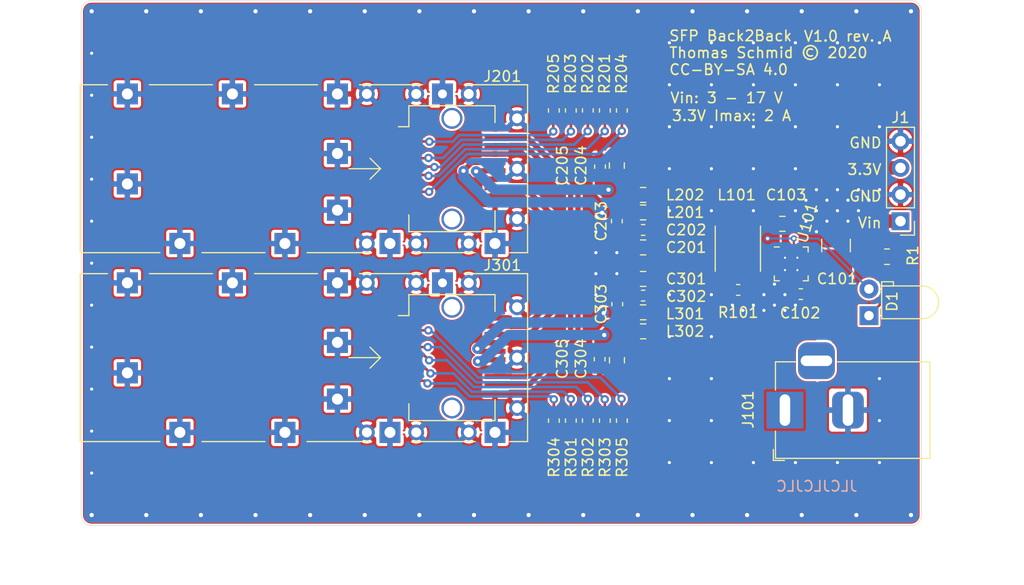
<source format=kicad_pcb>
(kicad_pcb (version 20211014) (generator pcbnew)
  (layers (0 "F.Cu" signal) (31 "B.Cu" signal) (34 "B.Paste" user) (35 "F.Paste" user) (36 "B.SilkS" user "B.Silkscreen") (37 "F.SilkS" user "F.Silkscreen") (38 "B.Mask" user) (39 "F.Mask" user) (44 "Edge.Cuts" user))
  (net 0 "")
  (net 1 "GND")
  (net 2 "/sfp_module_1/RX-")
  (net 3 "/sfp_module_1/RX+")
  (net 4 "/sfp_module_2/VCC_T")
  (net 5 "/sfp_module_2/VCC_R")
  (net 6 "/sfp_module_2/RX+")
  (net 7 "/sfp_module_2/RX-")
  (net 8 "/sfp_module_2/RX_LOS")
  (net 9 "/sfp_module_2/TX_FAULT")
  (net 10 "/sfp_module_1/VCC_T")
  (net 11 "/sfp_module_1/VCC_R")
  (net 12 "/sfp_module_1/RX_LOS")
  (net 13 "/sfp_module_1/TX_FAULT")
  (net 14 "+3V3")
  (net 15 "Net-(C102-Pad1)")
  (net 16 "Net-(J201-Pad7)")
  (net 17 "Net-(J201-Pad6)")
  (net 18 "Net-(J201-Pad5)")
  (net 19 "Net-(J201-Pad4)")
  (net 20 "Net-(J301-Pad7)")
  (net 21 "Net-(J301-Pad6)")
  (net 22 "Net-(J301-Pad5)")
  (net 23 "Net-(J301-Pad4)")
  (net 24 "Net-(L101-Pad1)")
  (net 25 "Net-(R101-Pad2)")
  (net 26 "Net-(D1-Pad1)")
  (net 27 "/Vin")
  (footprint "Resistor_SMD:R_0603_1608Metric" (layer "F.Cu") (at 229.85625 110.45 90)
    (fp_text reference "R201")
    (fp_text value "10k")
  )
  (footprint "Resistor_SMD:R_0603_1608Metric" (layer "F.Cu") (at 228.2375 110.45 90)
    (fp_text reference "R202")
    (fp_text value "10k")
  )
  (footprint "Resistor_SMD:R_0603_1608Metric" (layer "F.Cu") (at 226.61875 110.45 90)
    (fp_text reference "R203")
    (fp_text value "10k")
  )
  (footprint "Resistor_SMD:R_0603_1608Metric" (layer "F.Cu") (at 231.475 110.45 90)
    (fp_text reference "R204")
    (fp_text value "10k")
  )
  (footprint "Package_DFN_QFN:VQFN-16-1EP_3x3mm_P0.5mm_EP1.68x1.68mm_ThermalVias" (layer "F.Cu") (at 247.5992 125.0696)
    (fp_text reference "U101")
    (fp_text value "TPS62142")
  )
  (footprint "Inductor_SMD:L_0805_2012Metric" (layer "F.Cu") (at 233.5 120.166666 180)
    (fp_text reference "L201")
    (fp_text value "1uH")
  )
  (footprint "Inductor_SMD:L_0805_2012Metric" (layer "F.Cu") (at 233.5 118.5 180)
    (fp_text reference "L202")
    (fp_text value "1uH")
  )
  (footprint "Resistor_SMD:R_0603_1608Metric" (layer "F.Cu") (at 242.55 127.55)
    (fp_text reference "R101")
    (fp_text value "100k")
  )
  (footprint "Connector:Connector_SFP_and_Cage" (layer "F.Cu") (at 221.5 134)
    (fp_text reference "J301")
    (fp_text value "SFP")
  )
  (footprint "Capacitor_SMD:C_1210_3225Metric" (layer "F.Cu") (at 251.8664 123.317 90)
    (fp_text reference "C101")
    (fp_text value "10uF")
  )
  (footprint "Capacitor_SMD:C_0603_1608Metric" (layer "F.Cu") (at 248.5125 127.95 180)
    (fp_text reference "C102")
    (fp_text value "3.3nF")
  )
  (footprint "Capacitor_SMD:C_0805_2012Metric" (layer "F.Cu") (at 246.761 121.25)
    (fp_text reference "C103")
    (fp_text value "22uF")
  )
  (footprint "Capacitor_SMD:C_0805_2012Metric" (layer "F.Cu") (at 233.5 123.499998 180)
    (fp_text reference "C201")
    (fp_text value "10uF")
  )
  (footprint "Capacitor_SMD:C_0603_1608Metric" (layer "F.Cu") (at 233.5 121.833332 180)
    (fp_text reference "C202")
    (fp_text value "100nF")
  )
  (footprint "Capacitor_SMD:C_0603_1608Metric" (layer "F.Cu") (at 231 121 -90)
    (fp_text reference "C203")
    (fp_text value "100nF")
  )
  (footprint "Capacitor_SMD:C_0805_2012Metric" (layer "F.Cu") (at 231 115.7 90)
    (fp_text reference "C204")
    (fp_text value "10uF")
  )
  (footprint "Capacitor_SMD:C_0603_1608Metric" (layer "F.Cu") (at 229.4 115.8 90)
    (fp_text reference "C205")
    (fp_text value "100nF")
  )
  (footprint "Resistor_SMD:R_0603_1608Metric" (layer "F.Cu") (at 231.475 140 -90)
    (fp_text reference "R305")
    (fp_text value "10k")
  )
  (footprint "Resistor_SMD:R_0603_1608Metric" (layer "F.Cu") (at 229.85625 140 -90)
    (fp_text reference "R303")
    (fp_text value "10k")
  )
  (footprint "Resistor_SMD:R_0603_1608Metric" (layer "F.Cu") (at 228.2375 140 -90)
    (fp_text reference "R302")
    (fp_text value "10k")
  )
  (footprint "Resistor_SMD:R_0603_1608Metric" (layer "F.Cu") (at 226.61875 140 -90)
    (fp_text reference "R301")
    (fp_text value "10k")
  )
  (footprint "Capacitor_SMD:C_0805_2012Metric" (layer "F.Cu") (at 231.0093 134.25 -90)
    (fp_text reference "C304")
    (fp_text value "10uF")
  )
  (footprint "Connector:Connector_SFP_and_Cage" (layer "F.Cu") (at 221.5 116)
    (fp_text reference "J201")
    (fp_text value "SFP")
  )
  (footprint "Resistor_SMD:R_0603_1608Metric" (layer "F.Cu") (at 225 140 -90)
    (fp_text reference "R304")
    (fp_text value "10k")
  )
  (footprint "Resistor_SMD:R_0603_1608Metric" (layer "F.Cu") (at 225 110.45 90)
    (fp_text reference "R205")
    (fp_text value "10k")
  )
  (footprint "Capacitor_SMD:C_0603_1608Metric" (layer "F.Cu") (at 231.0384 128.905 90)
    (fp_text reference "C303")
    (fp_text value "100nF")
  )
  (footprint "Inductor_SMD:L_0805_2012Metric" (layer "F.Cu") (at 233.5022 131.4958 180)
    (fp_text reference "L302")
    (fp_text value "1uH")
  )
  (footprint "Capacitor_SMD:C_0603_1608Metric" (layer "F.Cu") (at 229.3593 134.15 -90)
    (fp_text reference "C305")
    (fp_text value "100nF")
  )
  (footprint "Inductor_SMD:L_0805_2012Metric" (layer "F.Cu") (at 233.5 129.683332 180)
    (fp_text reference "L301")
    (fp_text value "1uH")
  )
  (footprint "Capacitor_SMD:C_0603_1608Metric" (layer "F.Cu") (at 233.5 128.091666 180)
    (fp_text reference "C302")
    (fp_text value "100nF")
  )
  (footprint "Capacitor_SMD:C_0805_2012Metric" (layer "F.Cu") (at 233.5 126.5 180)
    (fp_text reference "C301")
    (fp_text value "10uF")
  )
  (footprint "Connector_BarrelJack:BarrelJack_Horizontal" (layer "F.Cu") (at 247 139 180)
    (fp_text reference "J101")
    (fp_text value "Barrel_Jack")
  )
  (footprint "LED_THT:LED_D3.0mm_Horizontal_O1.27mm_Z2.0mm" (layer "F.Cu") (at 255 130 90)
    (fp_text reference "D1")
    (fp_text value "LED")
  )
  (footprint "Connector_PinHeader_2.54mm:PinHeader_1x04_P2.54mm_Vertical" (layer "F.Cu") (at 258 121 180)
    (fp_text reference "J1")
    (fp_text value "Conn_01x04")
  )
  (footprint "Inductor_SMD:L_Coilcraft_XxL4020" (layer "F.Cu") (at 242.5192 123.6218 90)
    (fp_text reference "L101")
    (fp_text value "L")
  )
  (footprint "Resistor_SMD:R_0805_2012Metric" (layer "F.Cu") (at 256.7178 124.3838)
    (fp_text reference "R1")
    (fp_text value "470")
  )
  (gr_line (start 180 101) (end 180 149) (layer "Edge.Cuts") (width 0.05))
  (gr_arc (start 181 150) (mid 180.292893 149.707107) (end 180 149) (layer "Edge.Cuts") (width 0.05))
  (gr_arc (start 180 101) (mid 180.292893 100.292893) (end 181 100) (layer "Edge.Cuts") (width 0.05))
  (gr_arc (start 259 100) (mid 259.707107 100.292893) (end 260 101) (layer "Edge.Cuts") (width 0.05))
  (gr_line (start 181 150) (end 259 150) (layer "Edge.Cuts") (width 0.05))
  (gr_line (start 260 149) (end 260 101) (layer "Edge.Cuts") (width 0.05))
  (gr_line (start 259 100) (end 181 100) (layer "Edge.Cuts") (width 0.05))
  (gr_arc (start 260 149) (mid 259.707107 149.707107) (end 259 150) (layer "Edge.Cuts") (width 0.05))
  (gr_text "JLCJLCJLC" (at 250.0376 146.2532) (layer "B.SilkS") (effects (font (size 1 1)) (justify mirror)))
  (gr_text "Vin" (at 256.286 121.158) (layer "F.SilkS") (effects (font (size 1 1)) (justify right)))
  (gr_text "Vin: 3 - 17 V" (at 236 109.25) (layer "F.SilkS") (effects (font (size 1 1)) (justify left)))
  (gr_text "V1.0 rev. A" (at 252.984 103.378) (layer "F.SilkS") (effects (font (size 1 1))))
  (gr_text "SFP Back2Back\nThomas Schmid © 2020\nCC-BY-SA 4.0" (at 235.9 104.95) (layer "F.SilkS") (effects (font (size 1 1)) (justify left)))
  (gr_text "3.3V" (at 256.286 116.078) (layer "F.SilkS") (effects (font (size 1 1)) (justify right)))
  (gr_text "GND" (at 256.286 118.618) (layer "F.SilkS") (effects (font (size 1 1)) (justify right)))
  (gr_text "3.3V Imax: 2 A" (at 236.15 110.95) (layer "F.SilkS") (effects (font (size 1 1)) (justify left)))
  (gr_text "GND" (at 256.286 113.538) (layer "F.SilkS") (effects (font (size 1 1)) (justify right)))
  (via (at 253.8 149) (size 0.8) (drill 0.4) (layers "F.Cu" "B.Cu") (net 1))
  (via (at 233 149) (size 0.8) (drill 0.4) (layers "F.Cu" "B.Cu") (net 1))
  (via (at 191.4 149) (size 0.8) (drill 0.4) (layers "F.Cu" "B.Cu") (net 1))
  (via (at 201.8 149) (size 0.8) (drill 0.4) (layers "F.Cu" "B.Cu") (net 1))
  (via (at 243.4 149) (size 0.8) (drill 0.4) (layers "F.Cu" "B.Cu") (net 1))
  (via (at 238.2 149) (size 0.8) (drill 0.4) (layers "F.Cu" "B.Cu") (net 1))
  (via (at 248.6 149) (size 0.8) (drill 0.4) (layers "F.Cu" "B.Cu") (net 1))
  (via (at 227.8 149) (size 0.8) (drill 0.4) (layers "F.Cu" "B.Cu") (net 1))
  (via (at 212.2 149) (size 0.8) (drill 0.4) (layers "F.Cu" "B.Cu") (net 1))
  (via (at 259 149) (size 0.8) (drill 0.4) (layers "F.Cu" "B.Cu") (net 1))
  (via (at 217.4 149) (size 0.8) (drill 0.4) (layers "F.Cu" "B.Cu") (net 1))
  (via (at 186.2 149) (size 0.8) (drill 0.4) (layers "F.Cu" "B.Cu") (net 1))
  (via (at 196.6 149) (size 0.8) (drill 0.4) (layers "F.Cu" "B.Cu") (net 1))
  (via (at 222.6 149) (size 0.8) (drill 0.4) (layers "F.Cu" "B.Cu") (net 1))
  (via (at 207 149) (size 0.8) (drill 0.4) (layers "F.Cu" "B.Cu") (net 1))
  (via (at 181 149) (size 0.8) (drill 0.4) (layers "F.Cu" "B.Cu") (net 1))
  (via (at 181 121) (size 0.6) (drill 0.3) (layers "F.Cu" "B.Cu") (net 1))
  (via (at 196.6 101) (size 0.8) (drill 0.4) (layers "F.Cu" "B.Cu") (net 1))
  (via (at 248 108) (size 0.6) (drill 0.3) (layers "F.Cu" "B.Cu") (net 1))
  (via (at 244 129) (size 0.6) (drill 0.3) (layers "F.Cu" "B.Cu") (net 1))
  (via (at 240 136) (size 0.6) (drill 0.3) (layers "F.Cu" "B.Cu") (net 1))
  (via (at 231 126) (size 0.6) (drill 0.3) (layers "F.Cu" "B.Cu") (net 1))
  (via (at 207 101) (size 0.8) (drill 0.4) (layers "F.Cu" "B.Cu") (net 1))
  (via (at 248.6 101) (size 0.8) (drill 0.4) (layers "F.Cu" "B.Cu") (net 1))
  (via (at 253.8 101) (size 0.8) (drill 0.4) (layers "F.Cu" "B.Cu") (net 1))
  (via (at 249 119) (size 0.6) (drill 0.3) (layers "F.Cu" "B.Cu") (net 1))
  (via (at 201.8 101) (size 0.8) (drill 0.4) (layers "F.Cu" "B.Cu") (net 1))
  (via (at 254 120) (size 0.6) (drill 0.3) (layers "F.Cu" "B.Cu") (net 1))
  (via (at 244 104) (size 0.6) (drill 0.3) (layers "F.Cu" "B.Cu") (net 1))
  (via (at 248 129) (size 0.6) (drill 0.3) (layers "F.Cu" "B.Cu") (net 1))
  (via (at 181 101) (size 0.8) (drill 0.4) (layers "F.Cu" "B.Cu") (net 1))
  (via (at 247 128) (size 0.6) (drill 0.3) (layers "F.Cu" "B.Cu") (net 1))
  (via (at 229 124) (size 0.6) (drill 0.3) (layers "F.Cu" "B.Cu") (net 1))
  (via (at 181 109) (size 0.6) (drill 0.3) (layers "F.Cu" "B.Cu") (net 1))
  (via (at 244 112) (size 0.6) (drill 0.3) (layers "F.Cu" "B.Cu") (net 1))
  (via (at 256 112) (size 0.6) (drill 0.3) (layers "F.Cu" "B.Cu") (net 1))
  (via (at 240 132) (size 0.6) (drill 0.3) (layers "F.Cu" "B.Cu") (net 1))
  (via (at 227.8 101) (size 0.8) (drill 0.4) (layers "F.Cu" "B.Cu") (net 1))
  (via (at 181 133) (size 0.6) (drill 0.3) (layers "F.Cu" "B.Cu") (net 1))
  (via (at 254 118) (size 0.6) (drill 0.3) (layers "F.Cu" "B.Cu") (net 1))
  (via (at 181 141) (size 0.6) (drill 0.3) (layers "F.Cu" "B.Cu") (net 1))
  (via (at 256 108) (size 0.6) (drill 0.3) (layers "F.Cu" "B.Cu") (net 1))
  (via (at 181 137) (size 0.6) (drill 0.3) (layers "F.Cu" "B.Cu") (net 1))
  (via (at 252 118) (size 0.6) (drill 0.3) (layers "F.Cu" "B.Cu") (net 1))
  (via (at 243.4 101) (size 0.8) (drill 0.4) (layers "F.Cu" "B.Cu") (net 1))
  (via (at 181 117) (size 0.6) (drill 0.3) (layers "F.Cu" "B.Cu") (net 1))
  (via (at 240 108) (size 0.6) (drill 0.3) (layers "F.Cu" "B.Cu") (net 1))
  (via (at 181 125) (size 0.6) (drill 0.3) (layers "F.Cu" "B.Cu") (net 1))
  (via (at 240 128) (size 0.6) (drill 0.3) (layers "F.Cu" "B.Cu") (net 1))
  (via (at 212.2 101) (size 0.8) (drill 0.4) (layers "F.Cu" "B.Cu") (net 1))
  (via (at 246 129) (size 0.6) (drill 0.3) (layers "F.Cu" "B.Cu") (net 1))
  (via (at 236 108) (size 0.6) (drill 0.3) (layers "F.Cu" "B.Cu") (net 1))
  (via (at 186.2 101) (size 0.8) (drill 0.4) (layers "F.Cu" "B.Cu") (net 1))
  (via (at 253 121) (size 0.6) (drill 0.3) (layers "F.Cu" "B.Cu") (net 1))
  (via (at 236 112) (size 0.6) (drill 0.3) (layers "F.Cu" "B.Cu") (net 1))
  (via (at 250 122) (size 0.6) (drill 0.3) (layers "F.Cu" "B.Cu") (net 1))
  (via (at 236 136) (size 0.6) (drill 0.3) (layers "F.Cu" "B.Cu") (net 1))
  (via (at 245 129.5) (size 0.6) (drill 0.3) (layers "F.Cu" "B.Cu") (net 1))
  (via (at 259 101) (size 0.8) (drill 0.4) (layers "F.Cu" "B.Cu") (net 1))
  (via (at 244 108) (size 0.6) (drill 0.3) (layers "F.Cu" "B.Cu") (net 1))
  (via (at 244 120) (size 0.6) (drill 0.3) (layers "F.Cu" "B.Cu") (net 1))
  (via (at 256 144) (size 0.6) (drill 0.3) (layers "F.Cu" "B.Cu") (net 1))
  (via (at 252 104) (size 0.6) (drill 0.3) (layers "F.Cu" "B.Cu") (net 1))
  (via (at 233 101) (size 0.8) (drill 0.4) (layers "F.Cu" "B.Cu") (net 1))
  (via (at 236 104) (size 0.6) (drill 0.3) (layers "F.Cu" "B.Cu") (net 1))
  (via (at 181 113) (size 0.6) (drill 0.3) (layers "F.Cu" "B.Cu") (net 1))
  (via (at 217.4 101) (size 0.8) (drill 0.4) (layers "F.Cu" "B.Cu") (net 1))
  (via (at 248 104) (size 0.6) (drill 0.3) (layers "F.Cu" "B.Cu") (net 1))
  (via (at 252 112) (size 0.6) (drill 0.3) (layers "F.Cu" "B.Cu") (net 1))
  (via (at 247 129.5) (size 0.6) (drill 0.3) (layers "F.Cu" "B.Cu") (net 1))
  (via (at 240 144) (size 0.6) (drill 0.3) (layers "F.Cu" "B.Cu") (net 1))
  (via (at 245 128) (size 0.6) (drill 0.3) (layers "F.Cu" "B.Cu") (net 1))
  (via (at 256 118) (size 0.6) (drill 0.3) (layers "F.Cu" "B.Cu") (net 1))
  (via (at 252 144) (size 0.6) (drill 0.3) (layers "F.Cu" "B.Cu") (net 1))
  (via (at 244 144) (size 0.6) (drill 0.3) (layers "F.Cu" "B.Cu") (net 1))
  (via (at 240 116) (size 0.6) (drill 0.3) (layers "F.Cu" "B.Cu") (net 1))
  (via (at 231 124) (size 0.6) (drill 0.3) (layers "F.Cu" "B.Cu") (net 1))
  (via (at 240 120) (size 0.6) (drill 0.3) (layers "F.Cu" "B.Cu") (net 1))
  (via (at 244 116) (size 0.6) (drill 0.3) (layers "F.Cu" "B.Cu") (net 1))
  (via (at 250 120) (size 0.6) (drill 0.3) (layers "F.Cu" "B.Cu") (net 1))
  (via (at 236 144) (size 0.6) (drill 0.3) (layers "F.Cu" "B.Cu") (net 1))
  (via (at 248 120) (size 0.6) (drill 0.3) (layers "F.Cu" "B.Cu") (net 1))
  (via (at 229 122) (size 0.6) (drill 0.3) (layers "F.Cu" "B.Cu") (net 1))
  (via (at 181 145) (size 0.6) (drill 0.3) (layers "F.Cu" "B.Cu") (net 1))
  (via (at 246 127) (size 0.6) (drill 0.3) (layers "F.Cu" "B.Cu") (net 1))
  (via (at 256 104) (size 0.6) (drill 0.3) (layers "F.Cu" "B.Cu") (net 1))
  (via (at 222.6 101) (size 0.8) (drill 0.4) (layers "F.Cu" "B.Cu") (net 1))
  (via (at 236 140) (size 0.6) (drill 0.3) (layers "F.Cu" "B.Cu") (net 1))
  (via (at 243 129.5) (size 0.6) (drill 0.3) (layers "F.Cu" "B.Cu") (net 1))
  (via (at 229 126) (size 0.6) (drill 0.3) (layers "F.Cu" "B.Cu") (net 1))
  (via (at 181 129) (size 0.6) (drill 0.3) (layers "F.Cu" "B.Cu") (net 1))
  (via (at 255 119) (size 0.6) (drill 0.3) (layers "F.Cu" "B.Cu") (net 1))
  (via (at 249 121) (size 0.6) (drill 0.3) (layers "F.Cu" "B.Cu") (net 1))
  (via (at 236 132) (size 0.6) (drill 0.3) (layers "F.Cu" "B.Cu") (net 1))
  (via (at 251 121) (size 0.6) (drill 0.3) (layers "F.Cu" "B.Cu") (net 1))
  (via (at 240 104) (size 0.6) (drill 0.3) (layers "F.Cu" "B.Cu") (net 1))
  (via (at 238.2 101) (size 0.8) (drill 0.4) (layers "F.Cu" "B.Cu") (net 1))
  (via (at 248 112) (size 0.6) (drill 0.3) (layers "F.Cu" "B.Cu") (net 1))
  (via (at 250 118) (size 0.6) (drill 0.3) (layers "F.Cu" "B.Cu") (net 1))
  (via (at 191.4 101) (size 0.8) (drill 0.4) (layers "F.Cu" "B.Cu") (net 1))
  (via (at 248 116) (size 0.6) (drill 0.3) (layers "F.Cu" "B.Cu") (net 1))
  (via (at 236 120) (size 0.6) (drill 0.3) (layers "F.Cu" "B.Cu") (net 1))
  (via (at 252 120) (size 0.6) (drill 0.3) (layers "F.Cu" "B.Cu") (net 1))
  (via (at 240 112) (size 0.6) (drill 0.3) (layers "F.Cu" "B.Cu") (net 1))
  (via (at 252 108) (size 0.6) (drill 0.3) (layers "F.Cu" "B.Cu") (net 1))
  (via (at 253 119) (size 0.6) (drill 0.3) (layers "F.Cu" "B.Cu") (net 1))
  (via (at 248 144) (size 0.6) (drill 0.3) (layers "F.Cu" "B.Cu") (net 1))
  (via (at 236 116) (size 0.6) (drill 0.3) (layers "F.Cu" "B.Cu") (net 1))
  (via (at 240 140) (size 0.6) (drill 0.3) (layers "F.Cu" "B.Cu") (net 1))
  (via (at 236 128) (size 0.6) (drill 0.3) (layers "F.Cu" "B.Cu") (net 1))
  (via (at 256 140) (size 0.6) (drill 0.3) (layers "F.Cu" "B.Cu") (net 1))
  (via (at 251 119) (size 0.6) (drill 0.3) (layers "F.Cu" "B.Cu") (net 1))
  (via (at 229 128) (size 0.6) (drill 0.3) (layers "F.Cu" "B.Cu") (net 1))
  (via (at 242 129) (size 0.6) (drill 0.3) (layers "F.Cu" "B.Cu") (net 1))
  (via (at 181 105) (size 0.6) (drill 0.3) (layers "F.Cu" "B.Cu") (net 1))
  (via (at 256 136) (size 0.6) (drill 0.3) (layers "F.Cu" "B.Cu") (net 1))
  (segment (start 219.4 136.6) (end 222.639965 136.6) (width 0.5) (layer "F.Cu") (net 2))
  (segment (start 227.300011 117.860046) (end 222.439965 113) (width 0.5) (layer "F.Cu") (net 2))
  (segment (start 227.300011 131.939954) (end 227.300011 117.860046) (width 0.5) (layer "F.Cu") (net 2))
  (segment (start 222.639965 136.6) (end 227.300011 131.939954) (width 0.5) (layer "F.Cu") (net 2))
  (segment (start 222.439965 113) (end 219.4 113) (width 0.5) (layer "F.Cu") (net 2))
  (segment (start 226.1 125.9) (end 226.077232 125.9) (width 0.5) (layer "F.Cu") (net 3))
  (segment (start 225.860291 122.949515) (end 225.965972 122.912536) (width 0.5) (layer "F.Cu") (net 3))
  (segment (start 226.490916 122.711744) (end 226.550485 122.616941) (width 0.5) (layer "F.Cu") (net 3))
  (segment (start 226.211261 125.912536) (end 226.1 125.9) (width 0.5) (layer "F.Cu") (net 3))
  (segment (start 226.490916 126.088255) (end 226.411745 126.009084) (width 0.5) (layer "F.Cu") (net 3))
  (segment (start 226.077232 124.9) (end 226.1 124.9) (width 0.5) (layer "F.Cu") (net 3))
  (segment (start 226.316942 125.949515) (end 226.211261 125.912536) (width 0.5) (layer "F.Cu") (net 3))
  (segment (start 225.965972 124.912536) (end 226.077232 124.9) (width 0.5) (layer "F.Cu") (net 3))
  (segment (start 225.626748 123.616941) (end 225.589769 123.51126) (width 0.5) (layer "F.Cu") (net 3))
  (segment (start 226.211261 124.887463) (end 226.316942 124.850484) (width 0.5) (layer "F.Cu") (net 3))
  (segment (start 225.765488 125.009084) (end 225.860291 124.949515) (width 0.5) (layer "F.Cu") (net 3))
  (segment (start 225.765488 125.790915) (end 225.686317 125.711744) (width 0.5) (layer "F.Cu") (net 3))
  (segment (start 226.1 122.9) (end 226.211261 122.887463) (width 0.5) (layer "F.Cu") (net 3))
  (segment (start 225.686317 125.711744) (end 225.626748 125.616941) (width 0.5) (layer "F.Cu") (net 3))
  (segment (start 226.1 123.9) (end 226.077232 123.9) (width 0.5) (layer "F.Cu") (net 3))
  (segment (start 226.587464 124.51126) (end 226.6 124.4) (width 0.5) (layer "F.Cu") (net 3))
  (segment (start 225.860291 125.850484) (end 225.765488 125.790915) (width 0.5) (layer "F.Cu") (net 3))
  (segment (start 225.577232 125.4) (end 225.589769 125.288739) (width 0.5) (layer "F.Cu") (net 3))
  (segment (start 226.077232 123.9) (end 225.965972 123.887463) (width 0.5) (layer "F.Cu") (net 3))
  (segment (start 219.4 135.8) (end 220.900001 135.8) (width 0.5) (layer "F.Cu") (net 3))
  (segment (start 226.411745 124.009084) (end 226.316942 123.949515) (width 0.5) (layer "F.Cu") (net 3))
  (segment (start 226.587464 126.288739) (end 226.550485 126.183058) (width 0.5) (layer "F.Cu") (net 3))
  (segment (start 226.587464 122.51126) (end 226.6 122.4) (width 0.5) (layer "F.Cu") (net 3))
  (segment (start 222.225 113.775) (end 220.925001 113.775) (width 0.5) (layer "F.Cu") (net 3))
  (segment (start 220.925001 135.825) (end 222.425 135.825) (width 0.5) (layer "F.Cu") (net 3))
  (segment (start 225.860291 124.949515) (end 225.965972 124.912536) (width 0.5) (layer "F.Cu") (net 3))
  (segment (start 226.490916 124.088255) (end 226.411745 124.009084) (width 0.5) (layer "F.Cu") (net 3))
  (segment (start 226.1 124.9) (end 226.211261 124.887463) (width 0.5) (layer "F.Cu") (net 3))
  (segment (start 225.765488 123.790915) (end 225.686317 123.711744) (width 0.5) (layer "F.Cu") (net 3))
  (segment (start 226.6 124.4) (end 226.587464 124.288739) (width 0.5) (layer "F.Cu") (net 3))
  (segment (start 226.411745 122.790915) (end 226.490916 122.711744) (width 0.5) (layer "F.Cu") (net 3))
  (segment (start 226.411745 126.009084) (end 226.316942 125.949515) (width 0.5) (layer "F.Cu") (net 3))
  (segment (start 225.626748 123.183058) (end 225.686317 123.088255) (width 0.5) (layer "F.Cu") (net 3))
  (segment (start 220.900001 113.8) (end 219.4 113.8) (width 0.5) (layer "F.Cu") (net 3))
  (segment (start 226.077232 125.9) (end 225.965972 125.887463) (width 0.5) (layer "F.Cu") (net 3))
  (segment (start 225.626748 125.616941) (end 225.589769 125.51126) (width 0.5) (layer "F.Cu") (net 3))
  (segment (start 225.965972 122.912536) (end 226.077232 122.9) (width 0.5) (layer "F.Cu") (net 3))
  (segment (start 225.589769 125.51126) (end 225.577232 125.4) (width 0.5) (layer "F.Cu") (net 3))
  (segment (start 225.965972 123.887463) (end 225.860291 123.850484) (width 0.5) (layer "F.Cu") (net 3))
  (segment (start 225.686317 125.088255) (end 225.765488 125.009084) (width 0.5) (layer "F.Cu") (net 3))
  (segment (start 226.6 122.4) (end 226.6 118.15) (width 0.5) (layer "F.Cu") (net 3))
  (segment (start 226.550485 124.616941) (end 226.587464 124.51126) (width 0.5) (layer "F.Cu") (net 3))
  (segment (start 225.626748 125.183058) (end 225.686317 125.088255) (width 0.5) (layer "F.Cu") (net 3))
  (segment (start 226.6 118.15) (end 222.225 113.775) (width 0.5) (layer "F.Cu") (net 3))
  (segment (start 226.316942 123.949515) (end 226.211261 123.912536) (width 0.5) (layer "F.Cu") (net 3))
  (segment (start 222.425 135.825) (end 226.6 131.65) (width 0.5) (layer "F.Cu") (net 3))
  (segment (start 226.211261 122.887463) (end 226.316942 122.850484) (width 0.5) (layer "F.Cu") (net 3))
  (segment (start 226.316942 124.850484) (end 226.411745 124.790915) (width 0.5) (layer "F.Cu") (net 3))
  (segment (start 226.211261 123.912536) (end 226.1 123.9) (width 0.5) (layer "F.Cu") (net 3))
  (segment (start 225.965972 125.887463) (end 225.860291 125.850484) (width 0.5) (layer "F.Cu") (net 3))
  (segment (start 225.860291 123.850484) (end 225.765488 123.790915) (width 0.5) (layer "F.Cu") (net 3))
  (segment (start 225.589769 125.288739) (end 225.626748 125.183058) (width 0.5) (layer "F.Cu") (net 3))
  (segment (start 225.765488 123.009084) (end 225.860291 122.949515) (width 0.5) (layer "F.Cu") (net 3))
  (segment (start 226.550485 124.183058) (end 226.490916 124.088255) (width 0.5) (layer "F.Cu") (net 3))
  (segment (start 220.900001 135.8) (end 220.925001 135.825) (width 0.5) (layer "F.Cu") (net 3))
  (segment (start 226.077232 122.9) (end 226.1 122.9) (width 0.5) (layer "F.Cu") (net 3))
  (segment (start 226.550485 126.183058) (end 226.490916 126.088255) (width 0.5) (layer "F.Cu") (net 3))
  (segment (start 226.6 131.65) (end 226.6 126.4) (width 0.5) (layer "F.Cu") (net 3))
  (segment (start 226.490916 124.711744) (end 226.550485 124.616941) (width 0.5) (layer "F.Cu") (net 3))
  (segment (start 225.686317 123.088255) (end 225.765488 123.009084) (width 0.5) (layer "F.Cu") (net 3))
  (segment (start 226.587464 124.288739) (end 226.550485 124.183058) (width 0.5) (layer "F.Cu") (net 3))
  (segment (start 225.686317 123.711744) (end 225.626748 123.616941) (width 0.5) (layer "F.Cu") (net 3))
  (segment (start 220.925001 113.775) (end 220.900001 113.8) (width 0.5) (layer "F.Cu") (net 3))
  (segment (start 225.577232 123.4) (end 225.589769 123.288739) (width 0.5) (layer "F.Cu") (net 3))
  (segment (start 226.6 126.4) (end 226.587464 126.288739) (width 0.5) (layer "F.Cu") (net 3))
  (segment (start 226.316942 122.850484) (end 226.411745 122.790915) (width 0.5) (layer "F.Cu") (net 3))
  (segment (start 225.589769 123.288739) (end 225.626748 123.183058) (width 0.5) (layer "F.Cu") (net 3))
  (segment (start 226.550485 122.616941) (end 226.587464 122.51126) (width 0.5) (layer "F.Cu") (net 3))
  (segment (start 226.411745 124.790915) (end 226.490916 124.711744) (width 0.5) (layer "F.Cu") (net 3))
  (segment (start 225.589769 123.51126) (end 225.577232 123.4) (width 0.5) (layer "F.Cu") (net 3))
  (segment (start 230.9875 120.2) (end 231 120.2125) (width 1) (layer "F.Cu") (net 4))
  (segment (start 231.475 109.6625) (end 229.85625 109.6625) (width 0.2) (layer "F.Cu") (net 4))
  (segment (start 225 109.6625) (end 226.61875 109.6625) (width 0.2) (layer "F.Cu") (net 4))
  (segment (start 232.516666 120.2125) (end 232.5625 120.166666) (width 1) (layer "F.Cu") (net 4))
  (segment (start 219.4 115.4) (end 217.2 115.4) (width 0.5) (layer "F.Cu") (net 4))
  (segment (start 231.475 109.6625) (end 232.4625 109.6625) (width 0.2) (layer "F.Cu") (net 4))
  (segment (start 226.61875 109.6625) (end 228.2375 109.6625) (width 0.2) (layer "F.Cu") (net 4))
  (segment (start 233.35001 119.379156) (end 232.5625 120.166666) (width 0.2) (layer "F.Cu") (net 4))
  (segment (start 229.6 120.2) (end 230.9875 120.2) (width 1) (layer "F.Cu") (net 4))
  (segment (start 232.4625 109.6625) (end 233.35001 110.55001) (width 0.2) (layer "F.Cu") (net 4))
  (segment (start 217.2 115.4) (end 216.4 116.2) (width 0.5) (layer "F.Cu") (net 4))
  (segment (start 231 120.2125) (end 232.516666 120.2125) (width 1) (layer "F.Cu") (net 4))
  (segment (start 228.2375 109.6625) (end 229.85625 109.6625) (width 0.2) (layer "F.Cu") (net 4))
  (segment (start 233.35001 110.55001) (end 233.35001 119.379156) (width 0.2) (layer "F.Cu") (net 4))
  (via (at 216.4 116.2) (size 0.8) (drill 0.4) (layers "F.Cu" "B.Cu") (net 4))
  (via (at 229.6 120.2) (size 0.8) (drill 0.4) (layers "F.Cu" "B.Cu") (net 4))
  (segment (start 218.834325 119.20001) (end 216.4 116.765685) (width 1) (layer "B.Cu") (net 4))
  (segment (start 229.6 120.2) (end 228.60001 119.20001) (width 1) (layer "B.Cu") (net 4))
  (segment (start 228.60001 119.20001) (end 218.834325 119.20001) (width 1) (layer "B.Cu") (net 4))
  (segment (start 216.4 116.765685) (end 216.4 116.2) (width 1) (layer "B.Cu") (net 4))
  (segment (start 231 116.6375) (end 231 117.8) (width 1) (layer "F.Cu") (net 5))
  (segment (start 229.4 117.8) (end 230.1 118.5) (width 1) (layer "F.Cu") (net 5))
  (segment (start 229.4 116.5875) (end 229.5875 116.5875) (width 1) (layer "F.Cu") (net 5))
  (segment (start 217.65 116.2) (end 217.6 116.25) (width 0.5) (layer "F.Cu") (net 5))
  (segment (start 231.8625 117.8) (end 232.55 118.4875) (width 1) (layer "F.Cu") (net 5))
  (segment (start 229.5875 116.5875) (end 230.2 117.2) (width 1) (layer "F.Cu") (net 5))
  (segment (start 229.4 116.5875) (end 229.4 117.8) (width 1) (layer "F.Cu") (net 5))
  (segment (start 230.95 116.5875) (end 231 116.6375) (width 1) (layer "F.Cu") (net 5))
  (segment (start 230.2 117.8) (end 230.9 118.5) (width 1) (layer "F.Cu") (net 5))
  (segment (start 230.9 118.5) (end 232.55 118.5) (width 1) (layer "F.Cu") (net 5))
  (segment (start 231 117.8) (end 231.8625 117.8) (width 1) (layer "F.Cu") (net 5))
  (segment (start 229.4 116.5875) (end 230.95 116.5875) (width 1) (layer "F.Cu") (net 5))
  (segment (start 231 116.6375) (end 232.55 118.1875) (width 1) (layer "F.Cu") (net 5))
  (segment (start 232.55 118.1875) (end 232.55 118.5) (width 1) (layer "F.Cu") (net 5))
  (segment (start 232.55 118.4875) (end 232.55 118.5) (width 1) (layer "F.Cu") (net 5))
  (segment (start 219.4 116.2) (end 217.65 116.2) (width 0.5) (layer "F.Cu") (net 5))
  (segment (start 230.2 117.2) (end 230.2 117.8) (width 1) (layer "F.Cu") (net 5))
  (segment (start 230.1 118.5) (end 232.55 118.5) (width 1) (layer "F.Cu") (net 5))
  (via (at 217.6 116.25) (size 0.8) (drill 0.4) (layers "F.Cu" "B.Cu") (net 5))
  (via (at 230.2 118) (size 0.8) (drill 0.4) (layers "F.Cu" "B.Cu") (net 5))
  (segment (start 219.35 118) (end 230.2 118) (width 1) (layer "B.Cu") (net 5))
  (segment (start 217.6 116.25) (end 219.35 118) (width 1) (layer "B.Cu") (net 5))
  (segment (start 222.705332 131.775) (end 224.75 129.730332) (width 0.5) (layer "F.Cu") (net 6))
  (segment (start 219.4 131.8) (end 220.900001 131.8) (width 0.5) (layer "F.Cu") (net 6))
  (segment (start 220.925001 131.775) (end 222.705332 131.775) (width 0.5) (layer "F.Cu") (net 6))
  (segment (start 220.900001 117.8) (end 219.4 117.8) (width 0.5) (layer "F.Cu") (net 6))
  (segment (start 224.75 129.730332) (end 224.75 120.325) (width 0.5) (layer "F.Cu") (net 6))
  (segment (start 220.925001 117.825) (end 220.900001 117.8) (width 0.5) (layer "F.Cu") (net 6))
  (segment (start 224.75 120.325) (end 222.25 117.825) (width 0.5) (layer "F.Cu") (net 6))
  (segment (start 220.900001 131.8) (end 220.925001 131.775) (width 0.5) (layer "F.Cu") (net 6))
  (segment (start 222.25 117.825) (end 220.925001 117.825) (width 0.5) (layer "F.Cu") (net 6))
  (segment (start 224 120.6) (end 221.975 118.575) (width 0.5) (layer "F.Cu") (net 7))
  (segment (start 223.139651 123.309084) (end 223.234454 123.249515) (width 0.5) (layer "F.Cu") (net 7))
  (segment (start 223.06048 125.388255) (end 223.139651 125.309084) (width 0.5) (layer "F.Cu") (net 7))
  (segment (start 223.811745 126.309084) (end 223.716942 126.249515) (width 0.5) (layer "F.Cu") (net 7))
  (segment (start 223.06048 123.388255) (end 223.139651 123.309084) (width 0.5) (layer "F.Cu") (net 7))
  (segment (start 223.811745 125.090915) (end 223.890916 125.011744) (width 0.5) (layer "F.Cu") (net 7))
  (segment (start 223.451395 126.2) (end 223.340135 126.187463) (width 0.5) (layer "F.Cu") (net 7))
  (segment (start 223.890916 123.011744) (end 223.950485 122.916941) (width 0.5) (layer "F.Cu") (net 7))
  (segment (start 223.811745 123.090915) (end 223.890916 123.011744) (width 0.5) (layer "F.Cu") (net 7))
  (segment (start 223.5 123.2) (end 223.611261 123.187463) (width 0.5) (layer "F.Cu") (net 7))
  (segment (start 223.06048 124.011744) (end 223.000911 123.916941) (width 0.5) (layer "F.Cu") (net 7))
  (segment (start 222.951395 125.7) (end 222.963932 125.588739) (width 0.5) (layer "F.Cu") (net 7))
  (segment (start 223.139651 126.090915) (end 223.06048 126.011744) (width 0.5) (layer "F.Cu") (net 7))
  (segment (start 223.811745 124.309084) (end 223.716942 124.249515) (width 0.5) (layer "F.Cu") (net 7))
  (segment (start 223.000911 125.483058) (end 223.06048 125.388255) (width 0.5) (layer "F.Cu") (net 7))
  (segment (start 223.340135 125.212536) (end 223.451395 125.2) (width 0.5) (layer "F.Cu") (net 7))
  (segment (start 222.394668 131.025) (end 224 129.419668) (width 0.5) (layer "F.Cu") (net 7))
  (segment (start 223.716942 126.249515) (end 223.611261 126.212536) (width 0.5) (layer "F.Cu") (net 7))
  (segment (start 223.987464 124.588739) (end 223.950485 124.483058) (width 0.5) (layer "F.Cu") (net 7))
  (segment (start 222.963932 125.81126) (end 222.951395 125.7) (width 0.5) (layer "F.Cu") (net 7))
  (segment (start 223.611261 125.187463) (end 223.716942 125.150484) (width 0.5) (layer "F.Cu") (net 7))
  (segment (start 222.963932 125.588739) (end 223.000911 125.483058) (width 0.5) (layer "F.Cu") (net 7))
  (segment (start 224 122.7) (end 224 120.6) (width 0.5) (layer "F.Cu") (net 7))
  (segment (start 223.716942 125.150484) (end 223.811745 125.090915) (width 0.5) (layer "F.Cu") (net 7))
  (segment (start 223.234454 124.150484) (end 223.139651 124.090915) (width 0.5) (layer "F.Cu") (net 7))
  (segment (start 222.963932 123.588739) (end 223.000911 123.483058) (width 0.5) (layer "F.Cu") (net 7))
  (segment (start 220.900001 118.6) (end 219.4 118.6) (width 0.5) (layer "F.Cu") (net 7))
  (segment (start 223.139651 125.309084) (end 223.234454 125.249515) (width 0.5) (layer "F.Cu") (net 7))
  (segment (start 223.950485 126.483058) (end 223.890916 126.388255) (width 0.5) (layer "F.Cu") (net 7))
  (segment (start 220.925001 131.025) (end 222.394668 131.025) (width 0.5) (layer "F.Cu") (net 7))
  (segment (start 223.890916 126.388255) (end 223.811745 126.309084) (width 0.5) (layer "F.Cu") (net 7))
  (segment (start 223.234454 123.249515) (end 223.340135 123.212536) (width 0.5) (layer "F.Cu") (net 7))
  (segment (start 220.925001 118.575) (end 220.900001 118.6) (width 0.5) (layer "F.Cu") (net 7))
  (segment (start 223.987464 126.588739) (end 223.950485 126.483058) (width 0.5) (layer "F.Cu") (net 7))
  (segment (start 223.000911 123.916941) (end 222.963932 123.81126) (width 0.5) (layer "F.Cu") (net 7))
  (segment (start 223.890916 125.011744) (end 223.950485 124.916941) (width 0.5) (layer "F.Cu") (net 7))
  (segment (start 220.900001 131) (end 220.925001 131.025) (width 0.5) (layer "F.Cu") (net 7))
  (segment (start 223.000911 125.916941) (end 222.963932 125.81126) (width 0.5) (layer "F.Cu") (net 7))
  (segment (start 223.950485 122.916941) (end 223.987464 122.81126) (width 0.5) (layer "F.Cu") (net 7))
  (segment (start 223.340135 124.187463) (end 223.234454 124.150484) (width 0.5) (layer "F.Cu") (net 7))
  (segment (start 223.611261 126.212536) (end 223.5 126.2) (width 0.5) (layer "F.Cu") (net 7))
  (segment (start 223.611261 124.212536) (end 223.5 124.2) (width 0.5) (layer "F.Cu") (net 7))
  (segment (start 222.963932 123.81126) (end 222.951395 123.7) (width 0.5) (layer "F.Cu") (net 7))
  (segment (start 223.000911 123.483058) (end 223.06048 123.388255) (width 0.5) (layer "F.Cu") (net 7))
  (segment (start 223.340135 123.212536) (end 223.451395 123.2) (width 0.5) (layer "F.Cu") (net 7))
  (segment (start 222.951395 123.7) (end 222.963932 123.588739) (width 0.5) (layer "F.Cu") (net 7))
  (segment (start 223.5 125.2) (end 223.611261 125.187463) (width 0.5) (layer "F.Cu") (net 7))
  (segment (start 223.716942 124.249515) (end 223.611261 124.212536) (width 0.5) (layer "F.Cu") (net 7))
  (segment (start 224 124.7) (end 223.987464 124.588739) (width 0.5) (layer "F.Cu") (net 7))
  (segment (start 223.950485 124.916941) (end 223.987464 124.81126) (width 0.5) (layer "F.Cu") (net 7))
  (segment (start 223.451395 124.2) (end 223.340135 124.187463) (width 0.5) (layer "F.Cu") (net 7))
  (segment (start 224 126.7) (end 223.987464 126.588739) (width 0.5) (layer "F.Cu") (net 7))
  (segment (start 223.950485 124.483058) (end 223.890916 124.388255) (width 0.5) (layer "F.Cu") (net 7))
  (segment (start 223.234454 126.150484) (end 223.139651 126.090915) (width 0.5) (layer "F.Cu") (net 7))
  (segment (start 223.139651 124.090915) (end 223.06048 124.011744) (width 0.5) (layer "F.Cu") (net 7))
  (segment (start 223.451395 123.2) (end 223.5 123.2) (width 0.5) (layer "F.Cu") (net 7))
  (segment (start 224 129.419668) (end 224 126.7) (width 0.5) (layer "F.Cu") (net 7))
  (segment (start 219.4 131) (end 220.900001 131) (width 0.5) (layer "F.Cu") (net 7))
  (segment (start 223.234454 125.249515) (end 223.340135 125.212536) (width 0.5) (layer "F.Cu") (net 7))
  (segment (start 223.06048 126.011744) (end 223.000911 125.916941) (width 0.5) (layer "F.Cu") (net 7))
  (segment (start 223.987464 122.81126) (end 224 122.7) (width 0.5) (layer "F.Cu") (net 7))
  (segment (start 223.987464 124.81126) (end 224 124.7) (width 0.5) (layer "F.Cu") (net 7))
  (segment (start 223.451395 125.2) (end 223.5 125.2) (width 0.5) (layer "F.Cu") (net 7))
  (segment (start 223.5 126.2) (end 223.451395 126.2) (width 0.5) (layer "F.Cu") (net 7))
  (segment (start 221.975 118.575) (end 220.925001 118.575) (width 0.5) (layer "F.Cu") (net 7))
  (segment (start 223.890916 124.388255) (end 223.811745 124.309084) (width 0.5) (layer "F.Cu") (net 7))
  (segment (start 223.5 124.2) (end 223.451395 124.2) (width 0.5) (layer "F.Cu") (net 7))
  (segment (start 223.340135 126.187463) (end 223.234454 126.150484) (width 0.5) (layer "F.Cu") (net 7))
  (segment (start 223.611261 123.187463) (end 223.716942 123.150484) (width 0.5) (layer "F.Cu") (net 7))
  (segment (start 223.716942 123.150484) (end 223.811745 123.090915) (width 0.5) (layer "F.Cu") (net 7))
  (segment (start 231.475 112.4) (end 231.475 111.2375) (width 0.25) (layer "F.Cu") (net 8))
  (segment (start 211.2 118.2) (end 213.125 118.2) (width 0.25) (layer "F.Cu") (net 8))
  (via (at 213.125 118.2) (size 0.8) (drill 0.4) (layers "F.Cu" "B.Cu") (net 8))
  (via (at 231.475 112.4) (size 0.8) (drill 0.4) (layers "F.Cu" "B.Cu") (net 8))
  (segment (start 213.125 118.2) (end 213.15 118.2) (width 0.25) (layer "B.Cu") (net 8))
  (segment (start 231.075001 112.799999) (end 231.475 112.4) (width 0.25) (layer "B.Cu") (net 8))
  (segment (start 229.274956 114.600044) (end 231.075001 112.799999) (width 0.25) (layer "B.Cu") (net 8))
  (segment (start 213.15 118.2) (end 216.749956 114.600044) (width 0.25) (layer "B.Cu") (net 8))
  (segment (start 216.749956 114.600044) (end 229.274956 114.600044) (width 0.25) (layer "B.Cu") (net 8))
  (segment (start 224.95 112.45) (end 224.95 111.2875) (width 0.25) (layer "F.Cu") (net 9))
  (segment (start 224.95 111.2875) (end 225 111.2375) (width 0.25) (layer "F.Cu") (net 9))
  (segment (start 213.125 113.4) (end 213.15 113.425) (width 0.25) (layer "F.Cu") (net 9))
  (segment (start 211.2 113.4) (end 213.125 113.4) (width 0.25) (layer "F.Cu") (net 9))
  (via (at 213.15 113.425) (size 0.8) (drill 0.4) (layers "F.Cu" "B.Cu") (net 9))
  (via (at 224.95 112.45) (size 0.8) (drill 0.4) (layers "F.Cu" "B.Cu") (net 9))
  (segment (start 224.95 112.45) (end 224.6 112.8) (width 0.25) (layer "B.Cu") (net 9))
  (segment (start 224.6 112.8) (end 216 112.8) (width 0.25) (layer "B.Cu") (net 9))
  (segment (start 216 112.8) (end 215.375 113.425) (width 0.25) (layer "B.Cu") (net 9))
  (segment (start 215.375 113.425) (end 213.15 113.425) (width 0.25) (layer "B.Cu") (net 9))
  (segment (start 232.2125 140.7875) (end 231.475 140.7875) (width 0.2) (layer "F.Cu") (net 10))
  (segment (start 233.383332 129.683332) (end 233.55 129.85) (width 0.2) (layer "F.Cu") (net 10))
  (segment (start 233.55 129.85) (end 233.55 139.45) (width 0.2) (layer "F.Cu") (net 10))
  (segment (start 233.55 139.45) (end 232.2125 140.7875) (width 0.2) (layer "F.Cu") (net 10))
  (segment (start 228.2375 140.7875) (end 229.85625 140.7875) (width 0.25) (layer "F.Cu") (net 10))
  (segment (start 231.0384 129.6925) (end 232.553332 129.6925) (width 1) (layer "F.Cu") (net 10))
  (segment (start 219.4 133.4) (end 217.963534 133.4) (width 0.5) (layer "F.Cu") (net 10))
  (segment (start 229.807472 129.6925) (end 229.749972 129.75) (width 1) (layer "F.Cu") (net 10))
  (segment (start 232.553332 129.6925) (end 232.5625 129.683332) (width 1) (layer "F.Cu") (net 10))
  (segment (start 217.963534 133.4) (end 217.716442 133.152908) (width 0.5) (layer "F.Cu") (net 10))
  (segment (start 231.0384 129.6925) (end 229.807472 129.6925) (width 1) (layer "F.Cu") (net 10))
  (segment (start 228.2375 140.7875) (end 226.61875 140.7875) (width 0.25) (layer "F.Cu") (net 10))
  (segment (start 225 140.7875) (end 226.61875 140.7875) (width 0.25) (layer "F.Cu") (net 10))
  (segment (start 231.475 140.7875) (end 229.85625 140.7875) (width 0.25) (layer "F.Cu") (net 10))
  (segment (start 232.5625 129.683332) (end 233.383332 129.683332) (width 0.2) (layer "F.Cu") (net 10))
  (via (at 217.716442 133.152908) (size 0.8) (drill 0.4) (layers "F.Cu" "B.Cu") (net 10))
  (via (at 229.749972 129.75) (size 0.8) (drill 0.4) (layers "F.Cu" "B.Cu") (net 10))
  (segment (start 220.21935 130.65) (end 228.849972 130.65) (width 1) (layer "B.Cu") (net 10))
  (segment (start 217.716442 133.152908) (end 220.21935 130.65) (width 1) (layer "B.Cu") (net 10))
  (segment (start 228.849972 130.65) (end 229.749972 129.75) (width 1) (layer "B.Cu") (net 10))
  (segment (start 231.0093 133.3125) (end 229.4093 133.3125) (width 1) (layer "F.Cu") (net 11))
  (segment (start 229.4093 133.3125) (end 229.3593 133.3625) (width 1) (layer "F.Cu") (net 11))
  (segment (start 219.4 134.2) (end 217.9075 134.2) (width 0.5) (layer "F.Cu") (net 11))
  (segment (start 232.5647 131.4958) (end 231.5042 131.4958) (width 1) (layer "F.Cu") (net 11))
  (segment (start 229.8 131.85) (end 230.35 131.3) (width 1) (layer "F.Cu") (net 11))
  (segment (start 232.5647 131.7571) (end 231.0093 133.3125) (width 1) (layer "F.Cu") (net 11))
  (segment (start 229.8 131.85) (end 229.8 132.1032) (width 1) (layer "F.Cu") (net 11))
  (segment (start 229.8 132.1032) (end 231.0093 133.3125) (width 1) (layer "F.Cu") (net 11))
  (segment (start 232.5647 131.4958) (end 232.5647 131.7571) (width 1) (layer "F.Cu") (net 11))
  (segment (start 229.3593 133.3625) (end 229.3593 132.2907) (width 1) (layer "F.Cu") (net 11))
  (segment (start 229.3593 132.2907) (end 229.8 131.85) (width 1) (layer "F.Cu") (net 11))
  (segment (start 231.5042 131.4958) (end 231 132) (width 1) (layer "F.Cu") (net 11))
  (segment (start 230.35 131.3) (end 232.3689 131.3) (width 1) (layer "F.Cu") (net 11))
  (segment (start 232.3689 131.3) (end 232.5647 131.4958) (width 1) (layer "F.Cu") (net 11))
  (segment (start 217.9075 134.2) (end 217.7542 134.3533) (width 0.5) (layer "F.Cu") (net 11))
  (segment (start 231.0093 132.0093) (end 231 132) (width 1) (layer "F.Cu") (net 11))
  (segment (start 231.0093 133.3125) (end 231.0093 132.0093) (width 1) (layer "F.Cu") (net 11))
  (segment (start 229.8 131.85) (end 232.2105 131.85) (width 1) (layer "F.Cu") (net 11))
  (segment (start 232.2105 131.85) (end 232.5647 131.4958) (width 1) (layer "F.Cu") (net 11))
  (via (at 217.7542 134.3533) (size 0.8) (drill 0.4) (layers "F.Cu" "B.Cu") (net 11))
  (via (at 229.8 131.85) (size 0.8) (drill 0.4) (layers "F.Cu" "B.Cu") (net 11))
  (segment (start 220.71642 131.85) (end 229.8 131.85) (width 1) (layer "B.Cu") (net 11))
  (segment (start 218.213503 134.352917) (end 220.71642 131.85) (width 1) (layer "B.Cu") (net 11))
  (segment (start 217.775 134.352917) (end 218.213503 134.352917) (width 1) (layer "B.Cu") (net 11))
  (segment (start 211.2 136.2) (end 212.714687 136.2) (width 0.25) (layer "F.Cu") (net 12))
  (segment (start 225 139.2125) (end 225 137.975043) (width 0.25) (layer "F.Cu") (net 12))
  (segment (start 212.714687 136.2) (end 212.973273 136.458586) (width 0.25) (layer "F.Cu") (net 12))
  (via (at 212.973273 136.458586) (size 0.8) (drill 0.4) (layers "F.Cu" "B.Cu") (net 12))
  (via (at 225 137.975043) (size 0.8) (drill 0.4) (layers "F.Cu" "B.Cu") (net 12))
  (segment (start 212.973273 136.458586) (end 215.758586 136.458586) (width 0.25) (layer "B.Cu") (net 12))
  (segment (start 215.758586 136.458586) (end 217.000044 137.700044) (width 0.25) (layer "B.Cu") (net 12))
  (segment (start 217.000044 137.700044) (end 224.725001 137.700044) (width 0.25) (layer "B.Cu") (net 12))
  (segment (start 224.725001 137.700044) (end 225 137.975043) (width 0.25) (layer "B.Cu") (net 12))
  (segment (start 231.45 137.925) (end 231.45 139.1875) (width 0.25) (layer "F.Cu") (net 13))
  (segment (start 231.45 139.1875) (end 231.475 139.2125) (width 0.25) (layer "F.Cu") (net 13))
  (segment (start 213.05 131.4) (end 211.2 131.4) (width 0.25) (layer "F.Cu") (net 13))
  (via (at 231.45 137.925) (size 0.8) (drill 0.4) (layers "F.Cu" "B.Cu") (net 13))
  (via (at 213.05 131.4) (size 0.8) (drill 0.4) (layers "F.Cu" "B.Cu") (net 13))
  (segment (start 217.78641 135.9) (end 213.28641 131.4) (width 0.25) (layer "B.Cu") (net 13))
  (segment (start 213.28641 131.4) (end 213.05 131.4) (width 0.25) (layer "B.Cu") (net 13))
  (segment (start 229.425 135.9) (end 217.78641 135.9) (width 0.25) (layer "B.Cu") (net 13))
  (segment (start 231.45 137.925) (end 229.425 135.9) (width 0.25) (layer "B.Cu") (net 13))
  (segment (start 234.4375 118.5) (end 234.50001 118.56251) (width 1.3) (layer "F.Cu") (net 14))
  (segment (start 241.7625 127.55) (end 241.1 127.55) (width 0.2) (layer "F.Cu") (net 14))
  (segment (start 245.136808 122.4368) (end 245.35 122.649992) (width 0.2) (layer "F.Cu") (net 14))
  (segment (start 245.3625 120.878188) (end 245.3625 121.25) (width 1.3) (layer "F.Cu") (net 14))
  (segment (start 255 115.92) (end 250.320688 115.92) (width 1.3) (layer "F.Cu") (net 14))
  (segment (start 234.50001 118.56251) (end 234.50001 131.4958) (width 1.3) (layer "F.Cu") (net 14))
  (segment (start 241.1 127.55) (end 240.4 126.85) (width 0.2) (layer "F.Cu") (net 14))
  (segment (start 247.8492 123.6071) (end 247.8492 122.6508) (width 0.2) (layer "F.Cu") (net 14))
  (segment (start 255 115.92) (end 258 115.92) (width 1.3) (layer "F.Cu") (net 14))
  (segment (start 242.5192 122.4368) (end 245.136808 122.4368) (width 0.2) (layer "F.Cu") (net 14))
  (segment (start 250.320688 115.92) (end 245.3625 120.878188) (width 1.3) (layer "F.Cu") (net 14))
  (segment (start 247.8492 122.6508) (end 247.85 122.65) (width 0.2) (layer "F.Cu") (net 14))
  (via (at 247.85 122.65) (size 0.6) (drill 0.3) (layers "F.Cu" "B.Cu") (net 14))
  (via (at 245.35 122.649992) (size 0.6) (drill 0.3) (layers "F.Cu" "B.Cu") (net 14))
  (segment (start 245.350008 122.65) (end 245.35 122.649992) (width 0.2) (layer "B.Cu") (net 14))
  (segment (start 250.19 122.65) (end 255 127.46) (width 0.2) (layer "B.Cu") (net 14))
  (segment (start 247.85 122.65) (end 245.350008 122.65) (width 0.2) (layer "B.Cu") (net 14))
  (segment (start 247.85 122.65) (end 250.19 122.65) (width 0.2) (layer "B.Cu") (net 14))
  (segment (start 249.25 127.4625) (end 249.4375 127.65) (width 0.2) (layer "F.Cu") (net 15))
  (segment (start 249.0617 125.8196) (end 249.2196 125.8196) (width 0.2) (layer "F.Cu") (net 15))
  (segment (start 249.25 125.85) (end 249.25 127.4625) (width 0.2) (layer "F.Cu") (net 15))
  (segment (start 249.2196 125.8196) (end 249.25 125.85) (width 0.2) (layer "F.Cu") (net 15))
  (segment (start 229.85625 111.2375) (end 229.85625 112.41875) (width 0.25) (layer "F.Cu") (net 17))
  (segment (start 212.996005 116.6) (end 213.073676 116.677671) (width 0.25) (layer "F.Cu") (net 17))
  (segment (start 211.2 116.6) (end 212.996005 116.6) (width 0.25) (layer "F.Cu") (net 17))
  (segment (start 229.85625 112.41875) (end 229.85 112.425) (width 0.25) (layer "F.Cu") (net 17))
  (via (at 229.85 112.425) (size 0.8) (drill 0.4) (layers "F.Cu" "B.Cu") (net 17))
  (via (at 213.073676 116.677671) (size 0.8) (drill 0.4) (layers "F.Cu" "B.Cu") (net 17))
  (segment (start 213.073676 116.677671) (end 214.035919 116.677671) (width 0.25) (layer "B.Cu") (net 17))
  (segment (start 214.035919 116.677671) (end 216.563557 114.150033) (width 0.25) (layer "B.Cu") (net 17))
  (segment (start 228.124967 114.150033) (end 229.450001 112.824999) (width 0.25) (layer "B.Cu") (net 17))
  (segment (start 229.450001 112.824999) (end 229.85 112.425) (width 0.25) (layer "B.Cu") (net 17))
  (segment (start 216.563557 114.150033) (end 228.124967 114.150033) (width 0.25) (layer "B.Cu") (net 17))
  (segment (start 228.2375 112.4125) (end 228.225 112.425) (width 0.25) (layer "F.Cu") (net 18))
  (segment (start 211.2 115.8) (end 213.581627 115.8) (width 0.25) (layer "F.Cu") (net 18))
  (segment (start 228.2375 111.2375) (end 228.2375 112.4125) (width 0.25) (layer "F.Cu") (net 18))
  (segment (start 213.581627 115.8) (end 213.624979 115.843352) (width 0.25) (layer "F.Cu") (net 18))
  (via (at 213.624979 115.843352) (size 0.8) (drill 0.4) (layers "F.Cu" "B.Cu") (net 18))
  (via (at 228.225 112.425) (size 0.8) (drill 0.4) (layers "F.Cu" "B.Cu") (net 18))
  (segment (start 213.624979 115.843352) (end 214.22947 115.843352) (width 0.25) (layer "B.Cu") (net 18))
  (segment (start 216.3728 113.700022) (end 226.949978 113.700022) (width 0.25) (layer "B.Cu") (net 18))
  (segment (start 226.949978 113.700022) (end 228.225 112.425) (width 0.25) (layer "B.Cu") (net 18))
  (segment (start 214.22947 115.843352) (end 216.3728 113.700022) (width 0.25) (layer "B.Cu") (net 18))
  (segment (start 211.2 115) (end 213.039034 115) (width 0.25) (layer "F.Cu") (net 19))
  (segment (start 226.625 111.24375) (end 226.61875 111.2375) (width 0.25) (layer "F.Cu") (net 19))
  (segment (start 213.039034 115) (end 213.063985 114.975049) (width 0.25) (layer "F.Cu") (net 19))
  (segment (start 226.625 112.45) (end 226.625 111.24375) (width 0.25) (layer "F.Cu") (net 19))
  (via (at 226.625 112.45) (size 0.8) (drill 0.4) (layers "F.Cu" "B.Cu") (net 19))
  (via (at 213.063985 114.975049) (size 0.8) (drill 0.4) (layers "F.Cu" "B.Cu") (net 19))
  (segment (start 216.186399 113.250011) (end 214.461361 114.975049) (width 0.25) (layer "B.Cu") (net 19))
  (segment (start 226.625 112.45) (end 225.824989 113.250011) (width 0.25) (layer "B.Cu") (net 19))
  (segment (start 225.824989 113.250011) (end 216.186399 113.250011) (width 0.25) (layer "B.Cu") (net 19))
  (segment (start 214.461361 114.975049) (end 213.063985 114.975049) (width 0.25) (layer "B.Cu") (net 19))
  (segment (start 212.857738 135.099888) (end 213.257737 135.499887) (width 0.25) (layer "F.Cu") (net 21))
  (segment (start 212.35785 134.6) (end 212.857738 135.099888) (width 0.25) (layer "F.Cu") (net 21))
  (segment (start 226.61875 139.2125) (end 226.61875 137.94375) (width 0.25) (layer "F.Cu") (net 21))
  (segment (start 211.2 134.6) (end 212.35785 134.6) (width 0.25) (layer "F.Cu") (net 21))
  (via (at 213.257737 135.499887) (size 0.8) (drill 0.4) (layers "F.Cu" "B.Cu") (net 21))
  (via (at 226.61875 137.94375) (size 0.8) (drill 0.4) (layers "F.Cu" "B.Cu") (net 21))
  (segment (start 225.925033 137.250033) (end 226.61875 137.94375) (width 0.25) (layer "B.Cu") (net 21))
  (segment (start 213.257737 135.499887) (end 215.436297 135.499887) (width 0.25) (layer "B.Cu") (net 21))
  (segment (start 215.436297 135.499887) (end 217.186443 137.250033) (width 0.25) (layer "B.Cu") (net 21))
  (segment (start 217.186443 137.250033) (end 225.925033 137.250033) (width 0.25) (layer "B.Cu") (net 21))
  (segment (start 228.2375 139.2125) (end 228.2375 137.9375) (width 0.25) (layer "F.Cu") (net 22))
  (segment (start 228.2375 137.9375) (end 228.25 137.925) (width 0.25) (layer "F.Cu") (net 22))
  (segment (start 211.2 133.8) (end 212.67468 133.8) (width 0.25) (layer "F.Cu") (net 22))
  (segment (start 212.67468 133.8) (end 213.125 134.25032) (width 0.25) (layer "F.Cu") (net 22))
  (via (at 228.25 137.925) (size 0.8) (drill 0.4) (layers "F.Cu" "B.Cu") (net 22))
  (via (at 213.125 134.25032) (size 0.8) (drill 0.4) (layers "F.Cu" "B.Cu") (net 22))
  (segment (start 217.372842 136.800022) (end 214.82314 134.25032) (width 0.25) (layer "B.Cu") (net 22))
  (segment (start 227.125022 136.800022) (end 217.372842 136.800022) (width 0.25) (layer "B.Cu") (net 22))
  (segment (start 214.82314 134.25032) (end 213.125 134.25032) (width 0.25) (layer "B.Cu") (net 22))
  (segment (start 228.25 137.925) (end 227.125022 136.800022) (width 0.25) (layer "B.Cu") (net 22))
  (segment (start 229.85625 139.2125) (end 229.85625 137.98125) (width 0.25) (layer "F.Cu") (net 23))
  (segment (start 211.2 133) (end 213 133) (width 0.25) (layer "F.Cu") (net 23))
  (segment (start 229.85625 137.98125) (end 229.85 137.975) (width 0.25) (layer "F.Cu") (net 23))
  (via (at 213 133) (size 0.8) (drill 0.4) (layers "F.Cu" "B.Cu") (net 23))
  (via (at 229.85 137.975) (size 0.8) (drill 0.4) (layers "F.Cu" "B.Cu") (net 23))
  (segment (start 228.225011 136.350011) (end 217.60001 136.350011) (width 0.25) (layer "B.Cu") (net 23))
  (segment (start 213 133) (end 214.249999 133) (width 0.25) (layer "B.Cu") (net 23))
  (segment (start 214.249999 133) (end 217.60001 136.350011) (width 0.25) (layer "B.Cu") (net 23))
  (segment (start 229.85 137.975) (end 228.225011 136.350011) (width 0.25) (layer "B.Cu") (net 23))
  (segment (start 243.3375 127.55) (end 243.3375 127.4625) (width 0.2) (layer "F.Cu") (net 25))
  (segment (start 243.3375 127.4625) (end 244.9804 125.8196) (width 0.2) (layer "F.Cu") (net 25))
  (segment (start 244.9804 125.8196) (end 246.1367 125.8196) (width 0.2) (layer "F.Cu") (net 25))
  (segment (start 255 130) (end 256.225001 128.774999) (width 0.25) (layer "F.Cu") (net 26))
  (segment (start 256.225001 124.803501) (end 255.8053 124.3838) (width 0.25) (layer "F.Cu") (net 26))
  (segment (start 256.225001 128.774999) (end 256.225001 124.803501) (width 0.25) (layer "F.Cu") (net 26))
  (segment (start 256 121) (end 255 122) (width 1.3) (layer "F.Cu") (net 27))
  (segment (start 252.283 124.717) (end 251.8664 124.717) (width 1.3) (layer "F.Cu") (net 27))
  (segment (start 248.3492 123.6071) (end 248.9071 123.6071) (width 0.2) (layer "F.Cu") (net 27))
  (segment (start 248.9071 123.6071) (end 249.0617 123.7617) (width 0.2) (layer "F.Cu") (net 27))
  (segment (start 255 122) (end 252.283 124.717) (width 1.3) (layer "F.Cu") (net 27))
  (segment (start 249.0617 123.7617) (end 249.0617 124.3196) (width 0.2) (layer "F.Cu") (net 27))
  (segment (start 258 121) (end 256 121) (width 1.3) (layer "F.Cu") (net 27))
  (zone (net 1) (net_name "GND") (layer "F.Cu") (connect_pads (clearance 0.1524)) (min_thickness 0.1524) (fill yes (thermal_gap 0.3048) (thermal_bridge_width 0.508))
    (polygon (pts (xy 260 150) (xy 180 150) (xy 180 100) (xy 260 100)))
  )
  (zone (net 27) (net_name "/Vin") (layer "F.Cu") (priority 2) (connect_pads yes (clearance 0.1524)) (min_thickness 0.1524) (fill yes (thermal_gap 0.1524) (thermal_bridge_width 0.508))
    (polygon (pts (xy 253.4 125.95) (xy 253.4 132.2) (xy 250 132.2) (xy 250 141) (xy 242 141) (xy 242 130) (xy 249 130) (xy 250.2 128.8) (xy 250.2 127.6) (xy 250.2 126) (xy 249.75 125.45) (xy 248.65 125.45) (xy 248.65 124.2) (xy 249.75 124.2) (xy 250.25 123.7) (xy 253.4 123.7)))
  )
  (zone (net 14) (net_name "+3V3") (layer "F.Cu") (priority 1) (connect_pads (clearance 0.1524)) (min_thickness 0.1524) (fill yes (thermal_gap 0.3048) (thermal_bridge_width 0.508))
    (polygon (pts (xy 235.2 122.5) (xy 237 122.5) (xy 239 120.5) (xy 246.5 120.5) (xy 246.5 124) (xy 240.5 124) (xy 240.5 127) (xy 235.2 127) (xy 235.2 132.5) (xy 233.5 132.5) (xy 233.5 117.5) (xy 235.2 117.5)))
  )
  (zone (net 24) (net_name "Net-(L101-Pad1)") (layer "F.Cu") (priority 2) (connect_pads yes (clearance 0.1524)) (min_thickness 0.1524) (fill yes (thermal_gap 0.1524) (thermal_bridge_width 0.508))
    (polygon (pts (xy 246.5 125.45) (xy 245.75 125.45) (xy 244.5 126.5) (xy 240.5 126.5) (xy 240.5 124) (xy 245.55 124) (xy 245.75 124.2) (xy 246.5 124.2)))
  )
  (zone (net 1) (net_name "GND") (layer "B.Cu") (connect_pads (clearance 0.25)) (min_thickness 0.25) (fill yes (thermal_gap 0.5) (thermal_bridge_width 0.508))
    (polygon (pts (xy 260 150) (xy 180 150) (xy 180 100) (xy 260 100)))
  )
)
</source>
